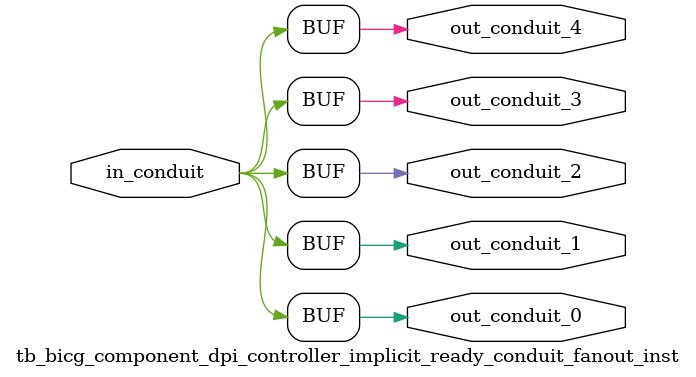
<source format=sv>


 


// --------------------------------------------------------------------------------
//| Avalon Conduit Fan-Out
// --------------------------------------------------------------------------------

// ------------------------------------------
// Generation parameters:
//   output_name:       tb_bicg_component_dpi_controller_implicit_ready_conduit_fanout_inst
//   numFanOut:         5
//   
// ------------------------------------------

module tb_bicg_component_dpi_controller_implicit_ready_conduit_fanout_inst (     

// Interface: out_conduit_0
 output                    out_conduit_0,
// Interface: out_conduit_1
 output                    out_conduit_1,
// Interface: out_conduit_2
 output                    out_conduit_2,
// Interface: out_conduit_3
 output                    out_conduit_3,
// Interface: out_conduit_4
 output                    out_conduit_4,

// Interface: in_conduit
 input                   in_conduit

);

   assign  out_conduit_0 = in_conduit;
   assign  out_conduit_1 = in_conduit;
   assign  out_conduit_2 = in_conduit;
   assign  out_conduit_3 = in_conduit;
   assign  out_conduit_4 = in_conduit;

endmodule //


</source>
